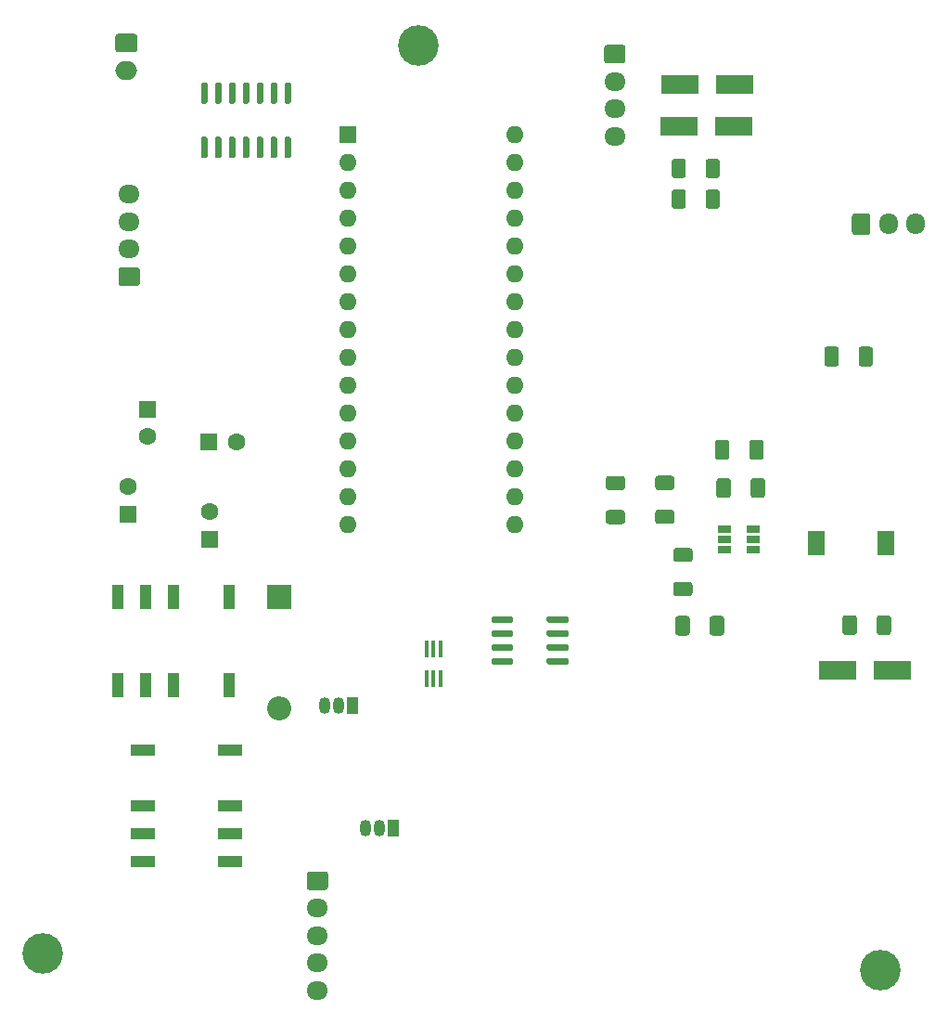
<source format=gts>
%TF.GenerationSoftware,KiCad,Pcbnew,5.1.10-88a1d61d58~88~ubuntu18.04.1*%
%TF.CreationDate,2021-05-26T02:41:18+03:00*%
%TF.ProjectId,Micra Cruise Control Schemantics,4d696372-6120-4437-9275-69736520436f,rev?*%
%TF.SameCoordinates,Original*%
%TF.FileFunction,Soldermask,Top*%
%TF.FilePolarity,Negative*%
%FSLAX46Y46*%
G04 Gerber Fmt 4.6, Leading zero omitted, Abs format (unit mm)*
G04 Created by KiCad (PCBNEW 5.1.10-88a1d61d58~88~ubuntu18.04.1) date 2021-05-26 02:41:18*
%MOMM*%
%LPD*%
G01*
G04 APERTURE LIST*
%ADD10O,1.600000X1.600000*%
%ADD11R,1.600000X1.600000*%
%ADD12C,3.700000*%
%ADD13R,3.500000X1.800000*%
%ADD14O,1.950000X1.700000*%
%ADD15R,2.200000X1.000000*%
%ADD16R,1.000000X2.200000*%
%ADD17R,0.400000X1.500000*%
%ADD18R,1.220000X0.650000*%
%ADD19R,1.050000X1.500000*%
%ADD20O,1.050000X1.500000*%
%ADD21R,1.500000X2.200000*%
%ADD22O,1.700000X1.950000*%
%ADD23O,2.000000X1.700000*%
%ADD24O,2.200000X2.200000*%
%ADD25R,2.200000X2.200000*%
%ADD26C,1.600000*%
G04 APERTURE END LIST*
D10*
%TO.C,A1*%
X89840000Y-86310000D03*
X74600000Y-86310000D03*
X89840000Y-50750000D03*
X74600000Y-83770000D03*
X89840000Y-53290000D03*
X74600000Y-81230000D03*
X89840000Y-55830000D03*
X74600000Y-78690000D03*
X89840000Y-58370000D03*
X74600000Y-76150000D03*
X89840000Y-60910000D03*
X74600000Y-73610000D03*
X89840000Y-63450000D03*
X74600000Y-71070000D03*
X89840000Y-65990000D03*
X74600000Y-68530000D03*
X89840000Y-68530000D03*
X74600000Y-65990000D03*
X89840000Y-71070000D03*
X74600000Y-63450000D03*
X89840000Y-73610000D03*
X74600000Y-60910000D03*
X89840000Y-76150000D03*
X74600000Y-58370000D03*
X89840000Y-78690000D03*
X74600000Y-55830000D03*
X89840000Y-81230000D03*
X74600000Y-53290000D03*
X89840000Y-83770000D03*
D11*
X74600000Y-50750000D03*
%TD*%
D12*
%TO.C,H3*%
X81026000Y-42672000D03*
%TD*%
%TO.C,H2*%
X46736000Y-125476000D03*
%TD*%
%TO.C,H1*%
X123190000Y-127000000D03*
%TD*%
D13*
%TO.C,D14*%
X119250000Y-99650000D03*
X124250000Y-99650000D03*
%TD*%
D14*
%TO.C,J1*%
X71800000Y-128800000D03*
X71800000Y-126300000D03*
X71800000Y-123800000D03*
X71800000Y-121300000D03*
G36*
G01*
X71075000Y-117950000D02*
X72525000Y-117950000D01*
G75*
G02*
X72775000Y-118200000I0J-250000D01*
G01*
X72775000Y-119400000D01*
G75*
G02*
X72525000Y-119650000I-250000J0D01*
G01*
X71075000Y-119650000D01*
G75*
G02*
X70825000Y-119400000I0J250000D01*
G01*
X70825000Y-118200000D01*
G75*
G02*
X71075000Y-117950000I250000J0D01*
G01*
G37*
%TD*%
D15*
%TO.C,K2*%
X55850000Y-117060000D03*
X63850000Y-117060000D03*
X55850000Y-111980000D03*
X55850000Y-106900000D03*
X63850000Y-111980000D03*
X63850000Y-106900000D03*
X55850000Y-114520000D03*
X63850000Y-114520000D03*
%TD*%
D16*
%TO.C,K1*%
X53610000Y-92950000D03*
X53610000Y-100950000D03*
X58690000Y-92950000D03*
X63770000Y-92950000D03*
X58690000Y-100950000D03*
X63770000Y-100950000D03*
X56150000Y-92950000D03*
X56150000Y-100950000D03*
%TD*%
D17*
%TO.C,U4*%
X83050000Y-100350000D03*
X82400000Y-100350000D03*
X81750000Y-100350000D03*
X81750000Y-97690000D03*
X82400000Y-97690000D03*
X83050000Y-97690000D03*
%TD*%
%TO.C,U3*%
G36*
G01*
X89633500Y-98643500D02*
X89633500Y-98968500D01*
G75*
G02*
X89471000Y-99131000I-162500J0D01*
G01*
X87821000Y-99131000D01*
G75*
G02*
X87658500Y-98968500I0J162500D01*
G01*
X87658500Y-98643500D01*
G75*
G02*
X87821000Y-98481000I162500J0D01*
G01*
X89471000Y-98481000D01*
G75*
G02*
X89633500Y-98643500I0J-162500D01*
G01*
G37*
G36*
G01*
X89633500Y-97373500D02*
X89633500Y-97698500D01*
G75*
G02*
X89471000Y-97861000I-162500J0D01*
G01*
X87821000Y-97861000D01*
G75*
G02*
X87658500Y-97698500I0J162500D01*
G01*
X87658500Y-97373500D01*
G75*
G02*
X87821000Y-97211000I162500J0D01*
G01*
X89471000Y-97211000D01*
G75*
G02*
X89633500Y-97373500I0J-162500D01*
G01*
G37*
G36*
G01*
X89633500Y-96103500D02*
X89633500Y-96428500D01*
G75*
G02*
X89471000Y-96591000I-162500J0D01*
G01*
X87821000Y-96591000D01*
G75*
G02*
X87658500Y-96428500I0J162500D01*
G01*
X87658500Y-96103500D01*
G75*
G02*
X87821000Y-95941000I162500J0D01*
G01*
X89471000Y-95941000D01*
G75*
G02*
X89633500Y-96103500I0J-162500D01*
G01*
G37*
G36*
G01*
X89633500Y-94833500D02*
X89633500Y-95158500D01*
G75*
G02*
X89471000Y-95321000I-162500J0D01*
G01*
X87821000Y-95321000D01*
G75*
G02*
X87658500Y-95158500I0J162500D01*
G01*
X87658500Y-94833500D01*
G75*
G02*
X87821000Y-94671000I162500J0D01*
G01*
X89471000Y-94671000D01*
G75*
G02*
X89633500Y-94833500I0J-162500D01*
G01*
G37*
G36*
G01*
X94708500Y-94833500D02*
X94708500Y-95158500D01*
G75*
G02*
X94546000Y-95321000I-162500J0D01*
G01*
X92896000Y-95321000D01*
G75*
G02*
X92733500Y-95158500I0J162500D01*
G01*
X92733500Y-94833500D01*
G75*
G02*
X92896000Y-94671000I162500J0D01*
G01*
X94546000Y-94671000D01*
G75*
G02*
X94708500Y-94833500I0J-162500D01*
G01*
G37*
G36*
G01*
X94708500Y-96103500D02*
X94708500Y-96428500D01*
G75*
G02*
X94546000Y-96591000I-162500J0D01*
G01*
X92896000Y-96591000D01*
G75*
G02*
X92733500Y-96428500I0J162500D01*
G01*
X92733500Y-96103500D01*
G75*
G02*
X92896000Y-95941000I162500J0D01*
G01*
X94546000Y-95941000D01*
G75*
G02*
X94708500Y-96103500I0J-162500D01*
G01*
G37*
G36*
G01*
X94708500Y-97373500D02*
X94708500Y-97698500D01*
G75*
G02*
X94546000Y-97861000I-162500J0D01*
G01*
X92896000Y-97861000D01*
G75*
G02*
X92733500Y-97698500I0J162500D01*
G01*
X92733500Y-97373500D01*
G75*
G02*
X92896000Y-97211000I162500J0D01*
G01*
X94546000Y-97211000D01*
G75*
G02*
X94708500Y-97373500I0J-162500D01*
G01*
G37*
G36*
G01*
X94708500Y-98643500D02*
X94708500Y-98968500D01*
G75*
G02*
X94546000Y-99131000I-162500J0D01*
G01*
X92896000Y-99131000D01*
G75*
G02*
X92733500Y-98968500I0J162500D01*
G01*
X92733500Y-98643500D01*
G75*
G02*
X92896000Y-98481000I162500J0D01*
G01*
X94546000Y-98481000D01*
G75*
G02*
X94708500Y-98643500I0J-162500D01*
G01*
G37*
%TD*%
%TO.C,U2*%
G36*
G01*
X61618000Y-47965000D02*
X61318000Y-47965000D01*
G75*
G02*
X61168000Y-47815000I0J150000D01*
G01*
X61168000Y-46165000D01*
G75*
G02*
X61318000Y-46015000I150000J0D01*
G01*
X61618000Y-46015000D01*
G75*
G02*
X61768000Y-46165000I0J-150000D01*
G01*
X61768000Y-47815000D01*
G75*
G02*
X61618000Y-47965000I-150000J0D01*
G01*
G37*
G36*
G01*
X62888000Y-47965000D02*
X62588000Y-47965000D01*
G75*
G02*
X62438000Y-47815000I0J150000D01*
G01*
X62438000Y-46165000D01*
G75*
G02*
X62588000Y-46015000I150000J0D01*
G01*
X62888000Y-46015000D01*
G75*
G02*
X63038000Y-46165000I0J-150000D01*
G01*
X63038000Y-47815000D01*
G75*
G02*
X62888000Y-47965000I-150000J0D01*
G01*
G37*
G36*
G01*
X64158000Y-47965000D02*
X63858000Y-47965000D01*
G75*
G02*
X63708000Y-47815000I0J150000D01*
G01*
X63708000Y-46165000D01*
G75*
G02*
X63858000Y-46015000I150000J0D01*
G01*
X64158000Y-46015000D01*
G75*
G02*
X64308000Y-46165000I0J-150000D01*
G01*
X64308000Y-47815000D01*
G75*
G02*
X64158000Y-47965000I-150000J0D01*
G01*
G37*
G36*
G01*
X65428000Y-47965000D02*
X65128000Y-47965000D01*
G75*
G02*
X64978000Y-47815000I0J150000D01*
G01*
X64978000Y-46165000D01*
G75*
G02*
X65128000Y-46015000I150000J0D01*
G01*
X65428000Y-46015000D01*
G75*
G02*
X65578000Y-46165000I0J-150000D01*
G01*
X65578000Y-47815000D01*
G75*
G02*
X65428000Y-47965000I-150000J0D01*
G01*
G37*
G36*
G01*
X66698000Y-47965000D02*
X66398000Y-47965000D01*
G75*
G02*
X66248000Y-47815000I0J150000D01*
G01*
X66248000Y-46165000D01*
G75*
G02*
X66398000Y-46015000I150000J0D01*
G01*
X66698000Y-46015000D01*
G75*
G02*
X66848000Y-46165000I0J-150000D01*
G01*
X66848000Y-47815000D01*
G75*
G02*
X66698000Y-47965000I-150000J0D01*
G01*
G37*
G36*
G01*
X67968000Y-47965000D02*
X67668000Y-47965000D01*
G75*
G02*
X67518000Y-47815000I0J150000D01*
G01*
X67518000Y-46165000D01*
G75*
G02*
X67668000Y-46015000I150000J0D01*
G01*
X67968000Y-46015000D01*
G75*
G02*
X68118000Y-46165000I0J-150000D01*
G01*
X68118000Y-47815000D01*
G75*
G02*
X67968000Y-47965000I-150000J0D01*
G01*
G37*
G36*
G01*
X69238000Y-47965000D02*
X68938000Y-47965000D01*
G75*
G02*
X68788000Y-47815000I0J150000D01*
G01*
X68788000Y-46165000D01*
G75*
G02*
X68938000Y-46015000I150000J0D01*
G01*
X69238000Y-46015000D01*
G75*
G02*
X69388000Y-46165000I0J-150000D01*
G01*
X69388000Y-47815000D01*
G75*
G02*
X69238000Y-47965000I-150000J0D01*
G01*
G37*
G36*
G01*
X69238000Y-52915000D02*
X68938000Y-52915000D01*
G75*
G02*
X68788000Y-52765000I0J150000D01*
G01*
X68788000Y-51115000D01*
G75*
G02*
X68938000Y-50965000I150000J0D01*
G01*
X69238000Y-50965000D01*
G75*
G02*
X69388000Y-51115000I0J-150000D01*
G01*
X69388000Y-52765000D01*
G75*
G02*
X69238000Y-52915000I-150000J0D01*
G01*
G37*
G36*
G01*
X67968000Y-52915000D02*
X67668000Y-52915000D01*
G75*
G02*
X67518000Y-52765000I0J150000D01*
G01*
X67518000Y-51115000D01*
G75*
G02*
X67668000Y-50965000I150000J0D01*
G01*
X67968000Y-50965000D01*
G75*
G02*
X68118000Y-51115000I0J-150000D01*
G01*
X68118000Y-52765000D01*
G75*
G02*
X67968000Y-52915000I-150000J0D01*
G01*
G37*
G36*
G01*
X66698000Y-52915000D02*
X66398000Y-52915000D01*
G75*
G02*
X66248000Y-52765000I0J150000D01*
G01*
X66248000Y-51115000D01*
G75*
G02*
X66398000Y-50965000I150000J0D01*
G01*
X66698000Y-50965000D01*
G75*
G02*
X66848000Y-51115000I0J-150000D01*
G01*
X66848000Y-52765000D01*
G75*
G02*
X66698000Y-52915000I-150000J0D01*
G01*
G37*
G36*
G01*
X65428000Y-52915000D02*
X65128000Y-52915000D01*
G75*
G02*
X64978000Y-52765000I0J150000D01*
G01*
X64978000Y-51115000D01*
G75*
G02*
X65128000Y-50965000I150000J0D01*
G01*
X65428000Y-50965000D01*
G75*
G02*
X65578000Y-51115000I0J-150000D01*
G01*
X65578000Y-52765000D01*
G75*
G02*
X65428000Y-52915000I-150000J0D01*
G01*
G37*
G36*
G01*
X64158000Y-52915000D02*
X63858000Y-52915000D01*
G75*
G02*
X63708000Y-52765000I0J150000D01*
G01*
X63708000Y-51115000D01*
G75*
G02*
X63858000Y-50965000I150000J0D01*
G01*
X64158000Y-50965000D01*
G75*
G02*
X64308000Y-51115000I0J-150000D01*
G01*
X64308000Y-52765000D01*
G75*
G02*
X64158000Y-52915000I-150000J0D01*
G01*
G37*
G36*
G01*
X62888000Y-52915000D02*
X62588000Y-52915000D01*
G75*
G02*
X62438000Y-52765000I0J150000D01*
G01*
X62438000Y-51115000D01*
G75*
G02*
X62588000Y-50965000I150000J0D01*
G01*
X62888000Y-50965000D01*
G75*
G02*
X63038000Y-51115000I0J-150000D01*
G01*
X63038000Y-52765000D01*
G75*
G02*
X62888000Y-52915000I-150000J0D01*
G01*
G37*
G36*
G01*
X61618000Y-52915000D02*
X61318000Y-52915000D01*
G75*
G02*
X61168000Y-52765000I0J150000D01*
G01*
X61168000Y-51115000D01*
G75*
G02*
X61318000Y-50965000I150000J0D01*
G01*
X61618000Y-50965000D01*
G75*
G02*
X61768000Y-51115000I0J-150000D01*
G01*
X61768000Y-52765000D01*
G75*
G02*
X61618000Y-52915000I-150000J0D01*
G01*
G37*
%TD*%
D18*
%TO.C,U1*%
X108966000Y-88646000D03*
X108966000Y-87696000D03*
X108966000Y-86746000D03*
X111586000Y-86746000D03*
X111586000Y-87696000D03*
X111586000Y-88646000D03*
%TD*%
%TO.C,R27*%
G36*
G01*
X104530999Y-91552000D02*
X105781001Y-91552000D01*
G75*
G02*
X106031000Y-91801999I0J-249999D01*
G01*
X106031000Y-92602001D01*
G75*
G02*
X105781001Y-92852000I-249999J0D01*
G01*
X104530999Y-92852000D01*
G75*
G02*
X104281000Y-92602001I0J249999D01*
G01*
X104281000Y-91801999D01*
G75*
G02*
X104530999Y-91552000I249999J0D01*
G01*
G37*
G36*
G01*
X104530999Y-88452000D02*
X105781001Y-88452000D01*
G75*
G02*
X106031000Y-88701999I0J-249999D01*
G01*
X106031000Y-89502001D01*
G75*
G02*
X105781001Y-89752000I-249999J0D01*
G01*
X104530999Y-89752000D01*
G75*
G02*
X104281000Y-89502001I0J249999D01*
G01*
X104281000Y-88701999D01*
G75*
G02*
X104530999Y-88452000I249999J0D01*
G01*
G37*
%TD*%
%TO.C,R16*%
G36*
G01*
X105430000Y-53218999D02*
X105430000Y-54469001D01*
G75*
G02*
X105180001Y-54719000I-249999J0D01*
G01*
X104379999Y-54719000D01*
G75*
G02*
X104130000Y-54469001I0J249999D01*
G01*
X104130000Y-53218999D01*
G75*
G02*
X104379999Y-52969000I249999J0D01*
G01*
X105180001Y-52969000D01*
G75*
G02*
X105430000Y-53218999I0J-249999D01*
G01*
G37*
G36*
G01*
X108530000Y-53218999D02*
X108530000Y-54469001D01*
G75*
G02*
X108280001Y-54719000I-249999J0D01*
G01*
X107479999Y-54719000D01*
G75*
G02*
X107230000Y-54469001I0J249999D01*
G01*
X107230000Y-53218999D01*
G75*
G02*
X107479999Y-52969000I249999J0D01*
G01*
X108280001Y-52969000D01*
G75*
G02*
X108530000Y-53218999I0J-249999D01*
G01*
G37*
%TD*%
%TO.C,R15*%
G36*
G01*
X107230000Y-57263001D02*
X107230000Y-56012999D01*
G75*
G02*
X107479999Y-55763000I249999J0D01*
G01*
X108280001Y-55763000D01*
G75*
G02*
X108530000Y-56012999I0J-249999D01*
G01*
X108530000Y-57263001D01*
G75*
G02*
X108280001Y-57513000I-249999J0D01*
G01*
X107479999Y-57513000D01*
G75*
G02*
X107230000Y-57263001I0J249999D01*
G01*
G37*
G36*
G01*
X104130000Y-57263001D02*
X104130000Y-56012999D01*
G75*
G02*
X104379999Y-55763000I249999J0D01*
G01*
X105180001Y-55763000D01*
G75*
G02*
X105430000Y-56012999I0J-249999D01*
G01*
X105430000Y-57263001D01*
G75*
G02*
X105180001Y-57513000I-249999J0D01*
G01*
X104379999Y-57513000D01*
G75*
G02*
X104130000Y-57263001I0J249999D01*
G01*
G37*
%TD*%
%TO.C,R2*%
G36*
G01*
X99625001Y-83200000D02*
X98374999Y-83200000D01*
G75*
G02*
X98125000Y-82950001I0J249999D01*
G01*
X98125000Y-82149999D01*
G75*
G02*
X98374999Y-81900000I249999J0D01*
G01*
X99625001Y-81900000D01*
G75*
G02*
X99875000Y-82149999I0J-249999D01*
G01*
X99875000Y-82950001D01*
G75*
G02*
X99625001Y-83200000I-249999J0D01*
G01*
G37*
G36*
G01*
X99625001Y-86300000D02*
X98374999Y-86300000D01*
G75*
G02*
X98125000Y-86050001I0J249999D01*
G01*
X98125000Y-85249999D01*
G75*
G02*
X98374999Y-85000000I249999J0D01*
G01*
X99625001Y-85000000D01*
G75*
G02*
X99875000Y-85249999I0J-249999D01*
G01*
X99875000Y-86050001D01*
G75*
G02*
X99625001Y-86300000I-249999J0D01*
G01*
G37*
%TD*%
%TO.C,R1*%
G36*
G01*
X102874999Y-84974000D02*
X104125001Y-84974000D01*
G75*
G02*
X104375000Y-85223999I0J-249999D01*
G01*
X104375000Y-86024001D01*
G75*
G02*
X104125001Y-86274000I-249999J0D01*
G01*
X102874999Y-86274000D01*
G75*
G02*
X102625000Y-86024001I0J249999D01*
G01*
X102625000Y-85223999D01*
G75*
G02*
X102874999Y-84974000I249999J0D01*
G01*
G37*
G36*
G01*
X102874999Y-81874000D02*
X104125001Y-81874000D01*
G75*
G02*
X104375000Y-82123999I0J-249999D01*
G01*
X104375000Y-82924001D01*
G75*
G02*
X104125001Y-83174000I-249999J0D01*
G01*
X102874999Y-83174000D01*
G75*
G02*
X102625000Y-82924001I0J249999D01*
G01*
X102625000Y-82123999D01*
G75*
G02*
X102874999Y-81874000I249999J0D01*
G01*
G37*
%TD*%
D19*
%TO.C,Q2*%
X75000000Y-102800000D03*
D20*
X72460000Y-102800000D03*
X73730000Y-102800000D03*
%TD*%
D19*
%TO.C,Q1*%
X78750000Y-114000000D03*
D20*
X76210000Y-114000000D03*
X77480000Y-114000000D03*
%TD*%
D21*
%TO.C,L1*%
X123700000Y-88000000D03*
X117300000Y-88000000D03*
%TD*%
%TO.C,J5*%
G36*
G01*
X55335000Y-64564000D02*
X53885000Y-64564000D01*
G75*
G02*
X53635000Y-64314000I0J250000D01*
G01*
X53635000Y-63114000D01*
G75*
G02*
X53885000Y-62864000I250000J0D01*
G01*
X55335000Y-62864000D01*
G75*
G02*
X55585000Y-63114000I0J-250000D01*
G01*
X55585000Y-64314000D01*
G75*
G02*
X55335000Y-64564000I-250000J0D01*
G01*
G37*
D14*
X54610000Y-61214000D03*
X54610000Y-58714000D03*
X54610000Y-56214000D03*
%TD*%
D22*
%TO.C,J4*%
X126430000Y-58930000D03*
X123930000Y-58930000D03*
G36*
G01*
X120580000Y-59655000D02*
X120580000Y-58205000D01*
G75*
G02*
X120830000Y-57955000I250000J0D01*
G01*
X122030000Y-57955000D01*
G75*
G02*
X122280000Y-58205000I0J-250000D01*
G01*
X122280000Y-59655000D01*
G75*
G02*
X122030000Y-59905000I-250000J0D01*
G01*
X120830000Y-59905000D01*
G75*
G02*
X120580000Y-59655000I0J250000D01*
G01*
G37*
%TD*%
D14*
%TO.C,J3*%
X98938000Y-50930000D03*
X98938000Y-48430000D03*
X98938000Y-45930000D03*
G36*
G01*
X98213000Y-42580000D02*
X99663000Y-42580000D01*
G75*
G02*
X99913000Y-42830000I0J-250000D01*
G01*
X99913000Y-44030000D01*
G75*
G02*
X99663000Y-44280000I-250000J0D01*
G01*
X98213000Y-44280000D01*
G75*
G02*
X97963000Y-44030000I0J250000D01*
G01*
X97963000Y-42830000D01*
G75*
G02*
X98213000Y-42580000I250000J0D01*
G01*
G37*
%TD*%
D23*
%TO.C,J2*%
X54356000Y-44918000D03*
G36*
G01*
X53606000Y-41568000D02*
X55106000Y-41568000D01*
G75*
G02*
X55356000Y-41818000I0J-250000D01*
G01*
X55356000Y-43018000D01*
G75*
G02*
X55106000Y-43268000I-250000J0D01*
G01*
X53606000Y-43268000D01*
G75*
G02*
X53356000Y-43018000I0J250000D01*
G01*
X53356000Y-41818000D01*
G75*
G02*
X53606000Y-41568000I250000J0D01*
G01*
G37*
%TD*%
%TO.C,F1*%
G36*
G01*
X119387500Y-70349997D02*
X119387500Y-71650003D01*
G75*
G02*
X119137503Y-71900000I-249997J0D01*
G01*
X118312497Y-71900000D01*
G75*
G02*
X118062500Y-71650003I0J249997D01*
G01*
X118062500Y-70349997D01*
G75*
G02*
X118312497Y-70100000I249997J0D01*
G01*
X119137503Y-70100000D01*
G75*
G02*
X119387500Y-70349997I0J-249997D01*
G01*
G37*
G36*
G01*
X122512500Y-70349997D02*
X122512500Y-71650003D01*
G75*
G02*
X122262503Y-71900000I-249997J0D01*
G01*
X121437497Y-71900000D01*
G75*
G02*
X121187500Y-71650003I0J249997D01*
G01*
X121187500Y-70349997D01*
G75*
G02*
X121437497Y-70100000I249997J0D01*
G01*
X122262503Y-70100000D01*
G75*
G02*
X122512500Y-70349997I0J-249997D01*
G01*
G37*
%TD*%
D13*
%TO.C,D8*%
X109860000Y-46224000D03*
X104860000Y-46224000D03*
%TD*%
%TO.C,D7*%
X109780000Y-50034000D03*
X104780000Y-50034000D03*
%TD*%
D24*
%TO.C,D1*%
X68350000Y-103110000D03*
D25*
X68350000Y-92950000D03*
%TD*%
D26*
%TO.C,C8*%
X61940000Y-85170000D03*
D11*
X61940000Y-87670000D03*
%TD*%
D26*
%TO.C,C7*%
X64400000Y-78800000D03*
D11*
X61900000Y-78800000D03*
%TD*%
D26*
%TO.C,C6*%
X54530000Y-82870000D03*
D11*
X54530000Y-85370000D03*
%TD*%
D26*
%TO.C,C5*%
X56250000Y-78300000D03*
D11*
X56250000Y-75800000D03*
%TD*%
%TO.C,C4*%
G36*
G01*
X122837500Y-96150003D02*
X122837500Y-94849997D01*
G75*
G02*
X123087497Y-94600000I249997J0D01*
G01*
X123912503Y-94600000D01*
G75*
G02*
X124162500Y-94849997I0J-249997D01*
G01*
X124162500Y-96150003D01*
G75*
G02*
X123912503Y-96400000I-249997J0D01*
G01*
X123087497Y-96400000D01*
G75*
G02*
X122837500Y-96150003I0J249997D01*
G01*
G37*
G36*
G01*
X119712500Y-96150003D02*
X119712500Y-94849997D01*
G75*
G02*
X119962497Y-94600000I249997J0D01*
G01*
X120787503Y-94600000D01*
G75*
G02*
X121037500Y-94849997I0J-249997D01*
G01*
X121037500Y-96150003D01*
G75*
G02*
X120787503Y-96400000I-249997J0D01*
G01*
X119962497Y-96400000D01*
G75*
G02*
X119712500Y-96150003I0J249997D01*
G01*
G37*
%TD*%
%TO.C,C3*%
G36*
G01*
X105800000Y-94899997D02*
X105800000Y-96200003D01*
G75*
G02*
X105550003Y-96450000I-249997J0D01*
G01*
X104724997Y-96450000D01*
G75*
G02*
X104475000Y-96200003I0J249997D01*
G01*
X104475000Y-94899997D01*
G75*
G02*
X104724997Y-94650000I249997J0D01*
G01*
X105550003Y-94650000D01*
G75*
G02*
X105800000Y-94899997I0J-249997D01*
G01*
G37*
G36*
G01*
X108925000Y-94899997D02*
X108925000Y-96200003D01*
G75*
G02*
X108675003Y-96450000I-249997J0D01*
G01*
X107849997Y-96450000D01*
G75*
G02*
X107600000Y-96200003I0J249997D01*
G01*
X107600000Y-94899997D01*
G75*
G02*
X107849997Y-94650000I249997J0D01*
G01*
X108675003Y-94650000D01*
G75*
G02*
X108925000Y-94899997I0J-249997D01*
G01*
G37*
%TD*%
%TO.C,C2*%
G36*
G01*
X109537500Y-82349997D02*
X109537500Y-83650003D01*
G75*
G02*
X109287503Y-83900000I-249997J0D01*
G01*
X108462497Y-83900000D01*
G75*
G02*
X108212500Y-83650003I0J249997D01*
G01*
X108212500Y-82349997D01*
G75*
G02*
X108462497Y-82100000I249997J0D01*
G01*
X109287503Y-82100000D01*
G75*
G02*
X109537500Y-82349997I0J-249997D01*
G01*
G37*
G36*
G01*
X112662500Y-82349997D02*
X112662500Y-83650003D01*
G75*
G02*
X112412503Y-83900000I-249997J0D01*
G01*
X111587497Y-83900000D01*
G75*
G02*
X111337500Y-83650003I0J249997D01*
G01*
X111337500Y-82349997D01*
G75*
G02*
X111587497Y-82100000I249997J0D01*
G01*
X112412503Y-82100000D01*
G75*
G02*
X112662500Y-82349997I0J-249997D01*
G01*
G37*
%TD*%
%TO.C,C1*%
G36*
G01*
X109412500Y-78849997D02*
X109412500Y-80150003D01*
G75*
G02*
X109162503Y-80400000I-249997J0D01*
G01*
X108337497Y-80400000D01*
G75*
G02*
X108087500Y-80150003I0J249997D01*
G01*
X108087500Y-78849997D01*
G75*
G02*
X108337497Y-78600000I249997J0D01*
G01*
X109162503Y-78600000D01*
G75*
G02*
X109412500Y-78849997I0J-249997D01*
G01*
G37*
G36*
G01*
X112537500Y-78849997D02*
X112537500Y-80150003D01*
G75*
G02*
X112287503Y-80400000I-249997J0D01*
G01*
X111462497Y-80400000D01*
G75*
G02*
X111212500Y-80150003I0J249997D01*
G01*
X111212500Y-78849997D01*
G75*
G02*
X111462497Y-78600000I249997J0D01*
G01*
X112287503Y-78600000D01*
G75*
G02*
X112537500Y-78849997I0J-249997D01*
G01*
G37*
%TD*%
M02*

</source>
